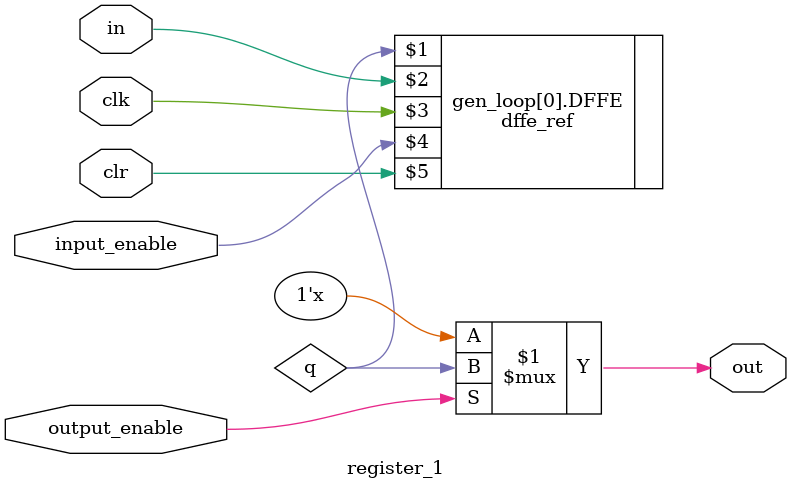
<source format=v>
module register_1 (out, output_enable, clk, clr, in, input_enable);

   //Inputs
   input clk, clr, input_enable, output_enable;
   input in;

   //Internal wire
   wire q;

   //Output
   output out;

   genvar i;
   generate
     for (i = 0 ; i < 1; i = i+1)
     begin : gen_loop
         dffe_ref DFFE(q, in, clk, input_enable, clr );

     end
   endgenerate


   assign out = output_enable ? q : 1'bz;




endmodule

</source>
